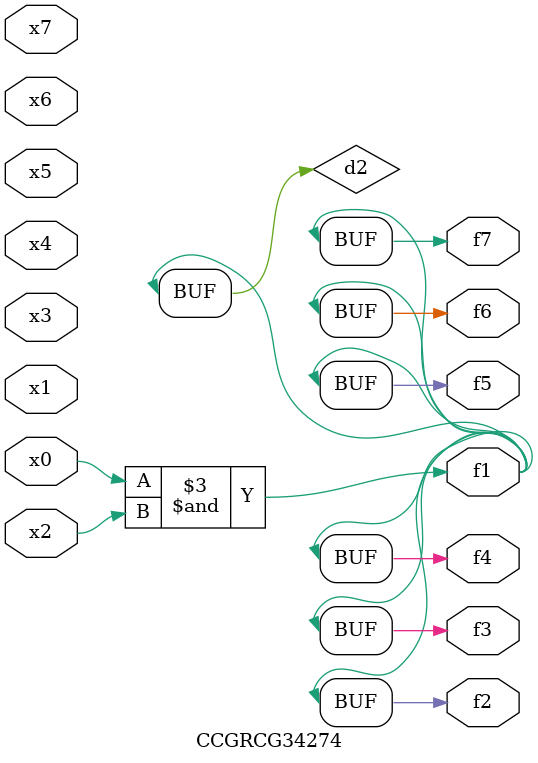
<source format=v>
module CCGRCG34274(
	input x0, x1, x2, x3, x4, x5, x6, x7,
	output f1, f2, f3, f4, f5, f6, f7
);

	wire d1, d2;

	nor (d1, x3, x6);
	and (d2, x0, x2);
	assign f1 = d2;
	assign f2 = d2;
	assign f3 = d2;
	assign f4 = d2;
	assign f5 = d2;
	assign f6 = d2;
	assign f7 = d2;
endmodule

</source>
